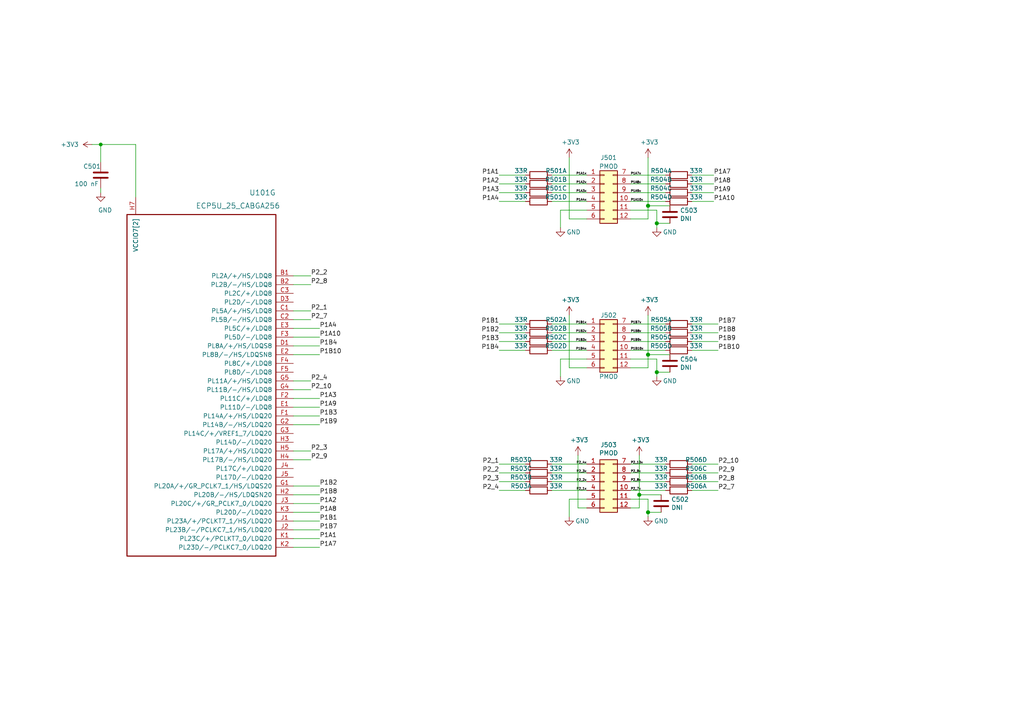
<source format=kicad_sch>
(kicad_sch (version 20201015) (generator eeschema)
  (paper "A4")
  (lib_symbols
    (symbol "Connector_Generic:Conn_02x06_Top_Bottom" (pin_names (offset 1.016) hide)
      (property "Reference" "J" (at 1.27 7.62 0))
      (property "Value" "Conn_02x06_Top_Bottom" (at 1.27 -10.16 0))
      (symbol "Conn_02x06_Top_Bottom_1_1"
        (rectangle (start -1.27 -4.953) (end 0 -5.207) (stroke (width 0.1524)))
        (rectangle (start -1.27 -7.493) (end 0 -7.747) (stroke (width 0.1524)))
        (rectangle (start -1.27 -2.413) (end 0 -2.667) (stroke (width 0.1524)))
        (rectangle (start -1.27 2.667) (end 0 2.413) (stroke (width 0.1524)))
        (rectangle (start -1.27 5.207) (end 0 4.953) (stroke (width 0.1524)))
        (rectangle (start -1.27 6.35) (end 3.81 -8.89) (stroke (width 0.254)) (fill (type background)))
        (rectangle (start -1.27 0.127) (end 0 -0.127) (stroke (width 0.1524)))
        (rectangle (start 3.81 -4.953) (end 2.54 -5.207) (stroke (width 0.1524)))
        (rectangle (start 3.81 -7.493) (end 2.54 -7.747) (stroke (width 0.1524)))
        (rectangle (start 3.81 -2.413) (end 2.54 -2.667) (stroke (width 0.1524)))
        (rectangle (start 3.81 2.667) (end 2.54 2.413) (stroke (width 0.1524)))
        (rectangle (start 3.81 5.207) (end 2.54 4.953) (stroke (width 0.1524)))
        (rectangle (start 3.81 0.127) (end 2.54 -0.127) (stroke (width 0.1524)))
        (pin passive line (at -5.08 5.08 0) (length 3.81) (name "Pin_1") (number "1"))
        (pin passive line (at 7.62 -2.54 180) (length 3.81) (name "Pin_10") (number "10"))
        (pin passive line (at 7.62 -5.08 180) (length 3.81) (name "Pin_11") (number "11"))
        (pin passive line (at 7.62 -7.62 180) (length 3.81) (name "Pin_12") (number "12"))
        (pin passive line (at -5.08 2.54 0) (length 3.81) (name "Pin_2") (number "2"))
        (pin passive line (at -5.08 0 0) (length 3.81) (name "Pin_3") (number "3"))
        (pin passive line (at -5.08 -2.54 0) (length 3.81) (name "Pin_4") (number "4"))
        (pin passive line (at -5.08 -5.08 0) (length 3.81) (name "Pin_5") (number "5"))
        (pin passive line (at -5.08 -7.62 0) (length 3.81) (name "Pin_6") (number "6"))
        (pin passive line (at 7.62 5.08 180) (length 3.81) (name "Pin_7") (number "7"))
        (pin passive line (at 7.62 2.54 180) (length 3.81) (name "Pin_8") (number "8"))
        (pin passive line (at 7.62 0 180) (length 3.81) (name "Pin_9") (number "9"))
      )
    )
    (symbol "Device:C" (pin_numbers hide) (pin_names (offset 0.254))
      (property "Reference" "C" (at 0.635 2.54 0))
      (property "Value" "C" (at 0.635 -2.54 0))
      (symbol "C_0_1"
        (polyline (pts (xy -2.032 -0.762) (xy 2.032 -0.762)) (stroke (width 0.508)))
        (polyline (pts (xy -2.032 0.762) (xy 2.032 0.762)) (stroke (width 0.508)))
      )
      (symbol "C_1_1"
        (pin passive line (at 0 3.81 270) (length 2.794) (name "~") (number "1"))
        (pin passive line (at 0 -3.81 90) (length 2.794) (name "~") (number "2"))
      )
    )
    (symbol "Device:R_Pack04_Split" (pin_numbers hide) (pin_names (offset 0))
      (property "Reference" "R" (at 2.032 0 90))
      (property "Value" "R_Pack04_Split" (at 0 0 90))
      (symbol "R_Pack04_Split_0_1"
        (rectangle (start -1.016 -2.54) (end 1.016 2.54) (stroke (width 0.254)))
      )
      (symbol "R_Pack04_Split_1_1"
        (pin passive line (at 0 -3.81 90) (length 1.27) (name "~") (number "1"))
        (pin passive line (at 0 3.81 270) (length 1.27) (name "~") (number "8"))
      )
      (symbol "R_Pack04_Split_2_1"
        (pin passive line (at 0 -3.81 90) (length 1.27) (name "~") (number "2"))
        (pin passive line (at 0 3.81 270) (length 1.27) (name "~") (number "7"))
      )
      (symbol "R_Pack04_Split_3_1"
        (pin passive line (at 0 -3.81 90) (length 1.27) (name "~") (number "3"))
        (pin passive line (at 0 3.81 270) (length 1.27) (name "~") (number "6"))
      )
      (symbol "R_Pack04_Split_4_1"
        (pin passive line (at 0 -3.81 90) (length 1.27) (name "~") (number "4"))
        (pin passive line (at 0 3.81 270) (length 1.27) (name "~") (number "5"))
      )
    )
    (symbol "Lattice_ECP5:ECP5U_25_CABGA256" (pin_names (offset 1.016))
      (property "Reference" "U" (at 3.81 6.35 0))
      (property "Value" "ECP5U_25_CABGA256" (at 3.81 3.81 0))
      (symbol "ECP5U_25_CABGA256_1_1"
        (rectangle (start 5.08 17.78) (end 12.7 -10.16) (stroke (width 0.3048)))
        (pin power_in line (at 7.62 -15.24 90) (length 5.08) (name "GND[27]") (number "A16"))
        (pin power_in line (at 7.62 -15.24 90) (length 5.08) (name "GND[27]") (number "H16"))
        (pin power_in line (at 7.62 -15.24 90) (length 5.08) (name "GND[27]") (number "T16"))
        (pin power_in line (at 7.62 -15.24 90) (length 5.08) (name "GND[27]") (number "D15"))
        (pin power_in line (at 7.62 -15.24 90) (length 5.08) (name "GND[27]") (number "N15"))
        (pin power_in line (at 7.62 -15.24 90) (length 5.08) (name "GND[27]") (number "T12"))
        (pin power_in line (at 7.62 -15.24 90) (length 5.08) (name "GND[27]") (number "G10"))
        (pin power_in line (at 7.62 -15.24 90) (length 5.08) (name "GND[27]") (number "H10"))
        (pin power_in line (at 7.62 -15.24 90) (length 5.08) (name "GND[27]") (number "J10"))
        (pin power_in line (at 7.62 -15.24 90) (length 5.08) (name "GND[27]") (number "K10"))
        (pin power_in line (at 7.62 -15.24 90) (length 5.08) (name "GND[27]") (number "F9"))
        (pin power_in line (at 7.62 -15.24 90) (length 5.08) (name "GND[27]") (number "H9"))
        (pin power_in line (at 7.62 -15.24 90) (length 5.08) (name "GND[27]") (number "J9"))
        (pin power_in line (at 7.62 -15.24 90) (length 5.08) (name "GND[27]") (number "K9"))
        (pin power_in line (at 7.62 -15.24 90) (length 5.08) (name "GND[27]") (number "F8"))
        (pin power_in line (at 7.62 -15.24 90) (length 5.08) (name "GND[27]") (number "G8"))
        (pin power_in line (at 7.62 -15.24 90) (length 5.08) (name "GND[27]") (number "H8"))
        (pin power_in line (at 7.62 -15.24 90) (length 5.08) (name "GND[27]") (number "J8"))
        (pin power_in line (at 7.62 -15.24 90) (length 5.08) (name "GND[27]") (number "K8"))
        (pin power_in line (at 7.62 -15.24 90) (length 5.08) (name "GND[27]") (number "K7"))
        (pin power_in line (at 7.62 -15.24 90) (length 5.08) (name "GND[27]") (number "K6"))
        (pin power_in line (at 7.62 -15.24 90) (length 5.08) (name "GND[27]") (number "T5"))
        (pin power_in line (at 7.62 -15.24 90) (length 5.08) (name "GND[27]") (number "D2"))
        (pin power_in line (at 7.62 -15.24 90) (length 5.08) (name "GND[27]") (number "N2"))
        (pin power_in line (at 7.62 -15.24 90) (length 5.08) (name "GND[27]") (number "A1"))
        (pin power_in line (at 7.62 -15.24 90) (length 5.08) (name "GND[27]") (number "H1"))
        (pin power_in line (at 7.62 -15.24 90) (length 5.08) (name "GND[27]") (number "T1"))
        (pin power_in line (at 10.16 22.86 270) (length 5.08) (name "VCC[6]") (number "L10"))
        (pin power_in line (at 10.16 22.86 270) (length 5.08) (name "VCC[6]") (number "G9"))
        (pin power_in line (at 10.16 22.86 270) (length 5.08) (name "VCC[6]") (number "L9"))
        (pin power_in line (at 10.16 22.86 270) (length 5.08) (name "VCC[6]") (number "L8"))
        (pin power_in line (at 10.16 22.86 270) (length 5.08) (name "VCC[6]") (number "G7"))
        (pin power_in line (at 10.16 22.86 270) (length 5.08) (name "VCC[6]") (number "G6"))
        (pin power_in line (at 7.62 22.86 270) (length 5.08) (name "VCCAUX[2]") (number "G11"))
        (pin power_in line (at 7.62 22.86 270) (length 5.08) (name "VCCAUX[2]") (number "L7"))
      )
      (symbol "ECP5U_25_CABGA256_2_1"
        (rectangle (start 5.08 17.78) (end 35.56 -60.96) (stroke (width 0.3048)))
        (pin bidirectional line (at 0 0 0) (length 5.08) (name "PT4A/+") (number "A2"))
        (pin bidirectional line (at 0 -2.54 0) (length 5.08) (name "PT4B/-") (number "B3"))
        (pin bidirectional line (at 0 -5.08 0) (length 5.08) (name "PT6A/+") (number "A3"))
        (pin bidirectional line (at 0 -7.62 0) (length 5.08) (name "PT6B/-") (number "A4"))
        (pin bidirectional line (at 0 -10.16 0) (length 5.08) (name "PT9A/+") (number "E4"))
        (pin bidirectional line (at 0 -12.7 0) (length 5.08) (name "PT9B/-") (number "D4"))
        (pin bidirectional line (at 0 -15.24 0) (length 5.08) (name "PT11A/+") (number "C4"))
        (pin bidirectional line (at 0 -17.78 0) (length 5.08) (name "PT11B/-") (number "B4"))
        (pin bidirectional line (at 0 -20.32 0) (length 5.08) (name "PT13A/+") (number "E5"))
        (pin bidirectional line (at 0 -22.86 0) (length 5.08) (name "PT13B/-") (number "D5"))
        (pin bidirectional line (at 0 -25.4 0) (length 5.08) (name "PT15A/+") (number "C5"))
        (pin bidirectional line (at 0 -27.94 0) (length 5.08) (name "PT15B/-") (number "B5"))
        (pin bidirectional line (at 0 -30.48 0) (length 5.08) (name "PT18A/+") (number "A5"))
        (pin bidirectional line (at 0 -33.02 0) (length 5.08) (name "PT18B/-") (number "A6"))
        (pin bidirectional line (at 0 -35.56 0) (length 5.08) (name "PT20A/+") (number "E6"))
        (pin bidirectional line (at 0 -38.1 0) (length 5.08) (name "PT20B/-") (number "D6"))
        (pin bidirectional line (at 0 -40.64 0) (length 5.08) (name "PT22A/+") (number "C6"))
        (pin bidirectional line (at 0 -43.18 0) (length 5.08) (name "PT22B/-") (number "B6"))
        (pin bidirectional line (at 0 -45.72 0) (length 5.08) (name "PT24A/+/GR_PCLK0_1") (number "E7"))
        (pin bidirectional line (at 0 -48.26 0) (length 5.08) (name "PT24B/-/GR_PCLK0_0") (number "D7"))
        (pin bidirectional line (at 0 -50.8 0) (length 5.08) (name "PT27A/+/PCLKT0_1") (number "C7"))
        (pin bidirectional line (at 0 -53.34 0) (length 5.08) (name "PT27B/-/PCLKC0_1") (number "B7"))
        (pin bidirectional line (at 0 -55.88 0) (length 5.08) (name "PT29A/+/PCLKT0_0") (number "A7"))
        (pin bidirectional line (at 0 -58.42 0) (length 5.08) (name "PT29B/-/PCLKC0_0") (number "A8"))
        (pin power_in line (at 33.02 22.86 270) (length 5.08) (name "VCCIO0[2]") (number "F7"))
        (pin power_in line (at 33.02 22.86 270) (length 5.08) (name "VCCIO0[2]") (number "F6"))
      )
      (symbol "ECP5U_25_CABGA256_3_1"
        (rectangle (start 5.08 17.78) (end 35.56 -81.28) (stroke (width 0.3048)))
        (pin bidirectional line (at 0 0 0) (length 5.08) (name "PT33A/+/PCLKT1_1") (number "E8"))
        (pin bidirectional line (at 0 -2.54 0) (length 5.08) (name "PT33B/-/PCLKC1_1") (number "D8"))
        (pin bidirectional line (at 0 -5.08 0) (length 5.08) (name "PT35A/+/PCLKT1_0") (number "C8"))
        (pin bidirectional line (at 0 -7.62 0) (length 5.08) (name "PT35B/-/PCLKC1_0") (number "B8"))
        (pin bidirectional line (at 0 -10.16 0) (length 5.08) (name "PT38A/+/GR_PCLK1_0") (number "B9"))
        (pin bidirectional line (at 0 -12.7 0) (length 5.08) (name "PT38B/-/GR_PCLK1_1") (number "C9"))
        (pin bidirectional line (at 0 -15.24 0) (length 5.08) (name "PT40A/+") (number "D9"))
        (pin bidirectional line (at 0 -17.78 0) (length 5.08) (name "PT40B/-") (number "E9"))
        (pin bidirectional line (at 0 -20.32 0) (length 5.08) (name "PT42A/+") (number "A9"))
        (pin bidirectional line (at 0 -22.86 0) (length 5.08) (name "PT42B/-") (number "A10"))
        (pin bidirectional line (at 0 -25.4 0) (length 5.08) (name "PT44A/+") (number "B10"))
        (pin bidirectional line (at 0 -27.94 0) (length 5.08) (name "PT44B/-") (number "C10"))
        (pin bidirectional line (at 0 -30.48 0) (length 5.08) (name "PT47A/+") (number "D10"))
        (pin bidirectional line (at 0 -33.02 0) (length 5.08) (name "PT47B/-") (number "E10"))
        (pin bidirectional line (at 0 -35.56 0) (length 5.08) (name "PT49A/+") (number "B11"))
        (pin bidirectional line (at 0 -38.1 0) (length 5.08) (name "PT49B/-") (number "C11"))
        (pin bidirectional line (at 0 -40.64 0) (length 5.08) (name "PT51A/+") (number "D11"))
        (pin bidirectional line (at 0 -43.18 0) (length 5.08) (name "PT51B/-") (number "E11"))
        (pin bidirectional line (at 0 -45.72 0) (length 5.08) (name "PT53A/+") (number "A11"))
        (pin bidirectional line (at 0 -48.26 0) (length 5.08) (name "PT53B/-") (number "A12"))
        (pin bidirectional line (at 0 -50.8 0) (length 5.08) (name "PT56A/+") (number "B12"))
        (pin bidirectional line (at 0 -53.34 0) (length 5.08) (name "PT56B/-") (number "C12"))
        (pin bidirectional line (at 0 -55.88 0) (length 5.08) (name "PT58A/+") (number "D12"))
        (pin bidirectional line (at 0 -58.42 0) (length 5.08) (name "PT58B/-") (number "E12"))
        (pin bidirectional line (at 0 -60.96 0) (length 5.08) (name "PT60A/+") (number "B13"))
        (pin bidirectional line (at 0 -63.5 0) (length 5.08) (name "PT60B/-") (number "C13"))
        (pin bidirectional line (at 0 -66.04 0) (length 5.08) (name "PT62A/+") (number "D13"))
        (pin bidirectional line (at 0 -68.58 0) (length 5.08) (name "PT62B/-") (number "E13"))
        (pin bidirectional line (at 0 -71.12 0) (length 5.08) (name "PT65A/+") (number "A13"))
        (pin bidirectional line (at 0 -73.66 0) (length 5.08) (name "PT65B/-") (number "A14"))
        (pin bidirectional line (at 0 -76.2 0) (length 5.08) (name "PT67A/+") (number "B14"))
        (pin bidirectional line (at 0 -78.74 0) (length 5.08) (name "PT67B/-") (number "A15"))
        (pin power_in line (at 33.02 22.86 270) (length 5.08) (name "VCCIO1[2]") (number "F11"))
        (pin power_in line (at 33.02 22.86 270) (length 5.08) (name "VCCIO1[2]") (number "F10"))
      )
      (symbol "ECP5U_25_CABGA256_4_1"
        (rectangle (start 5.08 17.78) (end 48.26 -81.28) (stroke (width 0.3048)))
        (pin bidirectional line (at 0 0 0) (length 5.08) (name "PR2A/+/HS/RDQ8") (number "B16"))
        (pin bidirectional line (at 0 -2.54 0) (length 5.08) (name "PR2B/-/S0_IN/HS/RDQ8") (number "B15"))
        (pin bidirectional line (at 0 -5.08 0) (length 5.08) (name "PR2C/+/RDQ8") (number "C14"))
        (pin bidirectional line (at 0 -7.62 0) (length 5.08) (name "PR2D/-/RDQ8") (number "D14"))
        (pin bidirectional line (at 0 -10.16 0) (length 5.08) (name "PR5A/+/HS/RDQ8") (number "C16"))
        (pin bidirectional line (at 0 -12.7 0) (length 5.08) (name "PR5B/-/HS/RDQ8") (number "C15"))
        (pin bidirectional line (at 0 -15.24 0) (length 5.08) (name "PR5C/+/RDQ8") (number "E14"))
        (pin bidirectional line (at 0 -17.78 0) (length 5.08) (name "PR5D/-/RDQ8") (number "F14"))
        (pin bidirectional line (at 0 -20.32 0) (length 5.08) (name "PR8A/+/HS/RDQS8") (number "D16"))
        (pin bidirectional line (at 0 -22.86 0) (length 5.08) (name "PR8B/-/HS/RDQSN8") (number "E15"))
        (pin bidirectional line (at 0 -25.4 0) (length 5.08) (name "PR8C/+/RDQ8") (number "F13"))
        (pin bidirectional line (at 0 -27.94 0) (length 5.08) (name "PR8D/-/RDQ8") (number "F12"))
        (pin bidirectional line (at 0 -30.48 0) (length 5.08) (name "PR11A/+/HS/RDQ8") (number "G12"))
        (pin bidirectional line (at 0 -33.02 0) (length 5.08) (name "PR11B/-/HS/RDQ8") (number "G13"))
        (pin bidirectional line (at 0 -35.56 0) (length 5.08) (name "PR11C/+/RDQ8") (number "F15"))
        (pin bidirectional line (at 0 -38.1 0) (length 5.08) (name "PR11D/-/RDQ8") (number "E16"))
        (pin bidirectional line (at 0 -40.64 0) (length 5.08) (name "PR14A/+/HS/RDQ20") (number "F16"))
        (pin bidirectional line (at 0 -43.18 0) (length 5.08) (name "PR14B/-/HS/RDQ20") (number "G15"))
        (pin bidirectional line (at 0 -45.72 0) (length 5.08) (name "PR14C/+/VREF1_2/RDQ20") (number "G14"))
        (pin bidirectional line (at 0 -48.26 0) (length 5.08) (name "PR14D/-/RDQ20") (number "H14"))
        (pin bidirectional line (at 0 -50.8 0) (length 5.08) (name "PR17A/+/HS/RDQ20") (number "H12"))
        (pin bidirectional line (at 0 -53.34 0) (length 5.08) (name "PR17B/-/HS/RDQ20") (number "H13"))
        (pin bidirectional line (at 0 -55.88 0) (length 5.08) (name "PR17C/+/RDQ20") (number "J13"))
        (pin bidirectional line (at 0 -58.42 0) (length 5.08) (name "PR17D/-/RDQ20") (number "J12"))
        (pin bidirectional line (at 0 -60.96 0) (length 5.08) (name "PR20A/+/GR_PCLK2_1/HS/RDQS20") (number "G16"))
        (pin bidirectional line (at 0 -63.5 0) (length 5.08) (name "PR20B/-/HS/RDQSN20") (number "H15"))
        (pin bidirectional line (at 0 -66.04 0) (length 5.08) (name "PR20C/+/GR_PCLK2_0/RDQ20") (number "J14"))
        (pin bidirectional line (at 0 -68.58 0) (length 5.08) (name "PR20D/-/RDQ20") (number "K14"))
        (pin bidirectional line (at 0 -71.12 0) (length 5.08) (name "PR23A/+/PCLKT2_1/HS/RDQ20") (number "J16"))
        (pin bidirectional line (at 0 -73.66 0) (length 5.08) (name "PR23B/-/PCLKC2_1/HS/RDQ20") (number "J15"))
        (pin bidirectional line (at 0 -76.2 0) (length 5.08) (name "PR23C/+/PCLKT2_0/RDQ20") (number "K16"))
        (pin bidirectional line (at 0 -78.74 0) (length 5.08) (name "PR23D/-/PCLKC2_0/RDQ20") (number "K15"))
        (pin power_in line (at 45.72 22.86 270) (length 5.08) (name "VCCIO2[2]") (number "H11"))
        (pin power_in line (at 45.72 22.86 270) (length 5.08) (name "VCCIO2[2]") (number "J11"))
      )
      (symbol "ECP5U_25_CABGA256_5_1"
        (rectangle (start 5.08 17.78) (end 48.26 -81.28) (stroke (width 0.3048)))
        (pin bidirectional line (at 0 0 0) (length 5.08) (name "PR26A/+/PCLKT3_1/HS/RDQ32") (number "L16"))
        (pin bidirectional line (at 0 -2.54 0) (length 5.08) (name "PR26B/-/PCLKC3_1/HS/RDQ32") (number "L15"))
        (pin bidirectional line (at 0 -5.08 0) (length 5.08) (name "PR26C/+/PCLKT3_0/RDQ32") (number "M16"))
        (pin bidirectional line (at 0 -7.62 0) (length 5.08) (name "PR26D/-/PCLKC3_0/RDQ32") (number "M15"))
        (pin bidirectional line (at 0 -10.16 0) (length 5.08) (name "PR29A/+/GR_PCLK3_0/HS/RDQ32") (number "K13"))
        (pin bidirectional line (at 0 -12.7 0) (length 5.08) (name "PR29B/-/HS/RDQ32") (number "K12"))
        (pin bidirectional line (at 0 -15.24 0) (length 5.08) (name "PR29C/+/GR_PCLK3_1/RDQ32") (number "L13"))
        (pin bidirectional line (at 0 -17.78 0) (length 5.08) (name "PR29D/-/RDQ32") (number "L12"))
        (pin bidirectional line (at 0 -20.32 0) (length 5.08) (name "PR32A/+/HS/RDQS32") (number "N16"))
        (pin bidirectional line (at 0 -22.86 0) (length 5.08) (name "PR32B/-/HS/RDQSN32") (number "P15"))
        (pin bidirectional line (at 0 -25.4 0) (length 5.08) (name "PR32C/+/RDQ32") (number "L14"))
        (pin bidirectional line (at 0 -27.94 0) (length 5.08) (name "PR32D/-/RDQ32") (number "M14"))
        (pin bidirectional line (at 0 -30.48 0) (length 5.08) (name "PR35A/+/HS/RDQ32") (number "P16"))
        (pin bidirectional line (at 0 -33.02 0) (length 5.08) (name "PR35B/-/VREF1_3/HS/RDQ32") (number "R16"))
        (pin bidirectional line (at 0 -35.56 0) (length 5.08) (name "PR35C/+/RDQ32") (number "M13"))
        (pin bidirectional line (at 0 -38.1 0) (length 5.08) (name "PR35D/-/RDQ32") (number "N14"))
        (pin bidirectional line (at 0 -40.64 0) (length 5.08) (name "PR38A/+/HS/RDQ44") (number "N13"))
        (pin bidirectional line (at 0 -43.18 0) (length 5.08) (name "PR38B/-/HS/RDQ44") (number "P14"))
        (pin bidirectional line (at 0 -45.72 0) (length 5.08) (name "PR38C/+/RDQ44") (number "R15"))
        (pin bidirectional line (at 0 -48.26 0) (length 5.08) (name "PR38D/-/RDQ44") (number "T15"))
        (pin bidirectional line (at 0 -50.8 0) (length 5.08) (name "PR41A/+/HS/RDQ44") (number "P13"))
        (pin bidirectional line (at 0 -53.34 0) (length 5.08) (name "PR41B/-/HS/RDQ44") (number "R14"))
        (pin bidirectional line (at 0 -55.88 0) (length 5.08) (name "PR41C/+/RDQ44") (number "R13"))
        (pin bidirectional line (at 0 -58.42 0) (length 5.08) (name "PR41D/-/RDQ44") (number "T14"))
        (pin bidirectional line (at 0 -60.96 0) (length 5.08) (name "PR44A/+/HS/RDQS44") (number "R12"))
        (pin bidirectional line (at 0 -63.5 0) (length 5.08) (name "PR44B/-/HS/RDQSN44") (number "T13"))
        (pin bidirectional line (at 0 -66.04 0) (length 5.08) (name "PR44C/+/RDQ44") (number "M12"))
        (pin bidirectional line (at 0 -68.58 0) (length 5.08) (name "PR44D/-/RDQ44") (number "N12"))
        (pin bidirectional line (at 0 -71.12 0) (length 5.08) (name "PR47A/+/HS/RDQ44") (number "M11"))
        (pin bidirectional line (at 0 -73.66 0) (length 5.08) (name "PR47B/-/HS/RDQ44") (number "N11"))
        (pin bidirectional line (at 0 -76.2 0) (length 5.08) (name "PR47C/+/LRC_GPLL0T_IN/RDQ44") (number "P11"))
        (pin bidirectional line (at 0 -78.74 0) (length 5.08) (name "PR47D/-/LRC_GPLL0C_IN/RDQ44") (number "P12"))
        (pin power_in line (at 45.72 22.86 270) (length 5.08) (name "VCCIO3[2]") (number "K11"))
        (pin power_in line (at 45.72 22.86 270) (length 5.08) (name "VCCIO3[2]") (number "L11"))
      )
      (symbol "ECP5U_25_CABGA256_6_1"
        (rectangle (start 5.08 17.78) (end 48.26 -81.28) (stroke (width 0.3048)))
        (pin bidirectional line (at 0 0 0) (length 5.08) (name "PL26A/+/PCLKT6_1/HS/LDQ32") (number "L1"))
        (pin bidirectional line (at 0 -2.54 0) (length 5.08) (name "PL26B/-/PCLKC6_1/HS/LDQ32") (number "L2"))
        (pin bidirectional line (at 0 -5.08 0) (length 5.08) (name "PL26C/+/PCLKT6_0/LDQ32") (number "M1"))
        (pin bidirectional line (at 0 -7.62 0) (length 5.08) (name "PL26D/-/PCLKC6_0/LDQ32") (number "M2"))
        (pin bidirectional line (at 0 -10.16 0) (length 5.08) (name "PL29A/+/GR_PCLK6_0/HS/LDQ32") (number "K4"))
        (pin bidirectional line (at 0 -12.7 0) (length 5.08) (name "PL29B/-/HS/LDQ32") (number "K5"))
        (pin bidirectional line (at 0 -15.24 0) (length 5.08) (name "PL29C/+/GR_PCLK6_1/LDQ32") (number "L4"))
        (pin bidirectional line (at 0 -17.78 0) (length 5.08) (name "PL29D/-/LDQ32") (number "L5"))
        (pin bidirectional line (at 0 -20.32 0) (length 5.08) (name "PL32A/+/HS/LDQS32") (number "N1"))
        (pin bidirectional line (at 0 -22.86 0) (length 5.08) (name "PL32B/-/HS/LDQSN32") (number "P2"))
        (pin bidirectional line (at 0 -25.4 0) (length 5.08) (name "PL32C/+/LDQ32") (number "L3"))
        (pin bidirectional line (at 0 -27.94 0) (length 5.08) (name "PL32D/-/LDQ32") (number "M3"))
        (pin bidirectional line (at 0 -30.48 0) (length 5.08) (name "PL35A/+/HS/LDQ32") (number "P1"))
        (pin bidirectional line (at 0 -33.02 0) (length 5.08) (name "PL35B/-/VREF1_6/HS/LDQ32") (number "R1"))
        (pin bidirectional line (at 0 -35.56 0) (length 5.08) (name "PL35C/+/LDQ32") (number "M4"))
        (pin bidirectional line (at 0 -38.1 0) (length 5.08) (name "PL35D/-/LDQ32") (number "N3"))
        (pin bidirectional line (at 0 -40.64 0) (length 5.08) (name "PL38A/+/HS/LDQ44") (number "N4"))
        (pin bidirectional line (at 0 -43.18 0) (length 5.08) (name "PL38B/-/HS/LDQ44") (number "P3"))
        (pin bidirectional line (at 0 -45.72 0) (length 5.08) (name "PL38C/+/LDQ44") (number "R2"))
        (pin bidirectional line (at 0 -48.26 0) (length 5.08) (name "PL38D/-/LDQ44") (number "T2"))
        (pin bidirectional line (at 0 -50.8 0) (length 5.08) (name "PL41A/+/HS/LDQ44") (number "P4"))
        (pin bidirectional line (at 0 -53.34 0) (length 5.08) (name "PL41B/-/HS/LDQ44") (number "R3"))
        (pin bidirectional line (at 0 -55.88 0) (length 5.08) (name "PL41C/+/LDQ44") (number "R4"))
        (pin bidirectional line (at 0 -58.42 0) (length 5.08) (name "PL41D/-/LDQ44") (number "T3"))
        (pin bidirectional line (at 0 -60.96 0) (length 5.08) (name "PL44A/+/HS/LDQS44") (number "R5"))
        (pin bidirectional line (at 0 -63.5 0) (length 5.08) (name "PL44B/-/HS/LDQSN44") (number "T4"))
        (pin bidirectional line (at 0 -66.04 0) (length 5.08) (name "PL44C/+/LDQ44") (number "M5"))
        (pin bidirectional line (at 0 -68.58 0) (length 5.08) (name "PL44D/-/LDQ44") (number "N5"))
        (pin bidirectional line (at 0 -71.12 0) (length 5.08) (name "PL47A/+/HS/LDQ44") (number "M6"))
        (pin bidirectional line (at 0 -73.66 0) (length 5.08) (name "PL47B/-/HS/LDQ44") (number "N6"))
        (pin bidirectional line (at 0 -76.2 0) (length 5.08) (name "PL47C/+/LLC_GPLL0T_IN/LDQ44") (number "P6"))
        (pin bidirectional line (at 0 -78.74 0) (length 5.08) (name "PL47D/-/LLC_GPLL0C_IN/LDQ44") (number "P5"))
        (pin power_in line (at 45.72 22.86 270) (length 5.08) (name "VCCIO6[2]") (number "J7"))
        (pin power_in line (at 45.72 22.86 270) (length 5.08) (name "VCCIO6[2]") (number "J6"))
      )
      (symbol "ECP5U_25_CABGA256_7_1"
        (rectangle (start 5.08 17.78) (end 48.26 -81.28) (stroke (width 0.3048)))
        (pin bidirectional line (at 0 0 0) (length 5.08) (name "PL2A/+/HS/LDQ8") (number "B1"))
        (pin bidirectional line (at 0 -2.54 0) (length 5.08) (name "PL2B/-/HS/LDQ8") (number "B2"))
        (pin bidirectional line (at 0 -5.08 0) (length 5.08) (name "PL2C/+/LDQ8") (number "C3"))
        (pin bidirectional line (at 0 -7.62 0) (length 5.08) (name "PL2D/-/LDQ8") (number "D3"))
        (pin bidirectional line (at 0 -10.16 0) (length 5.08) (name "PL5A/+/HS/LDQ8") (number "C1"))
        (pin bidirectional line (at 0 -12.7 0) (length 5.08) (name "PL5B/-/HS/LDQ8") (number "C2"))
        (pin bidirectional line (at 0 -15.24 0) (length 5.08) (name "PL5C/+/LDQ8") (number "E3"))
        (pin bidirectional line (at 0 -17.78 0) (length 5.08) (name "PL5D/-/LDQ8") (number "F3"))
        (pin bidirectional line (at 0 -20.32 0) (length 5.08) (name "PL8A/+/HS/LDQS8") (number "D1"))
        (pin bidirectional line (at 0 -22.86 0) (length 5.08) (name "PL8B/-/HS/LDQSN8") (number "E2"))
        (pin bidirectional line (at 0 -25.4 0) (length 5.08) (name "PL8C/+/LDQ8") (number "F4"))
        (pin bidirectional line (at 0 -27.94 0) (length 5.08) (name "PL8D/-/LDQ8") (number "F5"))
        (pin bidirectional line (at 0 -30.48 0) (length 5.08) (name "PL11A/+/HS/LDQ8") (number "G5"))
        (pin bidirectional line (at 0 -33.02 0) (length 5.08) (name "PL11B/-/HS/LDQ8") (number "G4"))
        (pin bidirectional line (at 0 -35.56 0) (length 5.08) (name "PL11C/+/LDQ8") (number "F2"))
        (pin bidirectional line (at 0 -38.1 0) (length 5.08) (name "PL11D/-/LDQ8") (number "E1"))
        (pin bidirectional line (at 0 -40.64 0) (length 5.08) (name "PL14A/+/HS/LDQ20") (number "F1"))
        (pin bidirectional line (at 0 -43.18 0) (length 5.08) (name "PL14B/-/HS/LDQ20") (number "G2"))
        (pin bidirectional line (at 0 -45.72 0) (length 5.08) (name "PL14C/+/VREF1_7/LDQ20") (number "G3"))
        (pin bidirectional line (at 0 -48.26 0) (length 5.08) (name "PL14D/-/LDQ20") (number "H3"))
        (pin bidirectional line (at 0 -50.8 0) (length 5.08) (name "PL17A/+/HS/LDQ20") (number "H5"))
        (pin bidirectional line (at 0 -53.34 0) (length 5.08) (name "PL17B/-/HS/LDQ20") (number "H4"))
        (pin bidirectional line (at 0 -55.88 0) (length 5.08) (name "PL17C/+/LDQ20") (number "J4"))
        (pin bidirectional line (at 0 -58.42 0) (length 5.08) (name "PL17D/-/LDQ20") (number "J5"))
        (pin bidirectional line (at 0 -60.96 0) (length 5.08) (name "PL20A/+/GR_PCLK7_1/HS/LDQS20") (number "G1"))
        (pin bidirectional line (at 0 -63.5 0) (length 5.08) (name "PL20B/-/HS/LDQSN20") (number "H2"))
        (pin bidirectional line (at 0 -66.04 0) (length 5.08) (name "PL20C/+/GR_PCLK7_0/LDQ20") (number "J3"))
        (pin bidirectional line (at 0 -68.58 0) (length 5.08) (name "PL20D/-/LDQ20") (number "K3"))
        (pin bidirectional line (at 0 -71.12 0) (length 5.08) (name "PL23A/+/PCLKT7_1/HS/LDQ20") (number "J1"))
        (pin bidirectional line (at 0 -73.66 0) (length 5.08) (name "PL23B/-/PCLKC7_1/HS/LDQ20") (number "J2"))
        (pin bidirectional line (at 0 -76.2 0) (length 5.08) (name "PL23C/+/PCLKT7_0/LDQ20") (number "K1"))
        (pin bidirectional line (at 0 -78.74 0) (length 5.08) (name "PL23D/-/PCLKC7_0/LDQ20") (number "K2"))
        (pin power_in line (at 45.72 22.86 270) (length 5.08) (name "VCCIO7[2]") (number "H7"))
        (pin power_in line (at 45.72 22.86 270) (length 5.08) (name "VCCIO7[2]") (number "H6"))
      )
      (symbol "ECP5U_25_CABGA256_8_1"
        (rectangle (start 5.08 12.7) (end 53.34 -50.8) (stroke (width 0.3048)))
        (pin bidirectional line (at 0 0 0) (length 5.08) (name "CCLK/MCLK/SCK") (number "N9"))
        (pin bidirectional line (at 0 -2.54 0) (length 5.08) (name "CFG_0") (number "N10"))
        (pin bidirectional line (at 0 -5.08 0) (length 5.08) (name "CFG_1") (number "P10"))
        (pin bidirectional line (at 0 -7.62 0) (length 5.08) (name "CFG_2") (number "R10"))
        (pin bidirectional line (at 0 -10.16 0) (length 5.08) (name "DONE") (number "P9"))
        (pin bidirectional line (at 0 -12.7 0) (length 5.08) (name "INITN") (number "T9"))
        (pin bidirectional line (at 0 -15.24 0) (length 5.08) (name "PB4A/+/D7/IO7") (number "T6"))
        (pin bidirectional line (at 0 -17.78 0) (length 5.08) (name "PB4B/-/D6/IO6") (number "R6"))
        (pin bidirectional line (at 0 -20.32 0) (length 5.08) (name "PB6A/+/D5/MISO2/IO5") (number "R7"))
        (pin bidirectional line (at 0 -22.86 0) (length 5.08) (name "PB6B/-/D4/MOSI2/IO4") (number "P7"))
        (pin bidirectional line (at 0 -25.4 0) (length 5.08) (name "PB9A/+/D3/IO3") (number "N7"))
        (pin bidirectional line (at 0 -27.94 0) (length 5.08) (name "PB9B/-/D2/IO2") (number "M7"))
        (pin bidirectional line (at 0 -30.48 0) (length 5.08) (name "PB11A/+/D1/MISO/IO1") (number "T7"))
        (pin bidirectional line (at 0 -33.02 0) (length 5.08) (name "PB11B/-/D0/MOSI/IO0") (number "T8"))
        (pin bidirectional line (at 0 -35.56 0) (length 5.08) (name "PB13A/+/SN/CSN") (number "R8"))
        (pin bidirectional line (at 0 -38.1 0) (length 5.08) (name "PB13B/-/CS1N") (number "P8"))
        (pin bidirectional line (at 0 -40.64 0) (length 5.08) (name "PB15A/+/HOLDN/DI/BUSY/CSSPIN/CEN") (number "N8"))
        (pin bidirectional line (at 0 -43.18 0) (length 5.08) (name "PB15B/-/DOUT/CSON") (number "M8"))
        (pin bidirectional line (at 0 -45.72 0) (length 5.08) (name "PB18A/WRITEN") (number "M9"))
        (pin bidirectional line (at 0 -48.26 0) (length 5.08) (name "PROGRAMN") (number "R9"))
        (pin power_in line (at 50.8 17.78 270) (length 5.08) (name "VCCIO8") (number "L6"))
      )
      (symbol "ECP5U_25_CABGA256_9_1"
        (rectangle (start 5.08 2.54) (end 12.7 -10.16) (stroke (width 0.3048)))
        (pin bidirectional line (at 0 0 0) (length 5.08) (name "TCK") (number "T10"))
        (pin bidirectional line (at 0 -2.54 0) (length 5.08) (name "TDI") (number "R11"))
        (pin bidirectional line (at 0 -5.08 0) (length 5.08) (name "TDO") (number "M10"))
        (pin bidirectional line (at 0 -7.62 0) (length 5.08) (name "TMS") (number "T11"))
      )
    )
    (symbol "icebreaker-rescue:pkl_C-pkl_device" (pin_numbers hide) (pin_names (offset 0.254))
      (property "Reference" "C" (at 0.635 2.54 0))
      (property "Value" "pkl_C-pkl_device" (at 0.635 -2.54 0))
      (symbol "pkl_C-pkl_device_0_1"
        (polyline (pts (xy -2.032 -0.762) (xy 2.032 -0.762)) (stroke (width 0.508)))
        (polyline (pts (xy -2.032 0.762) (xy 2.032 0.762)) (stroke (width 0.508)))
      )
      (symbol "pkl_C-pkl_device_1_1"
        (pin passive line (at 0 2.54 270) (length 1.524) (name "~") (number "1"))
        (pin passive line (at 0 -2.54 90) (length 1.524) (name "~") (number "2"))
      )
    )
    (symbol "power:+3V3" (power) (pin_names (offset 0))
      (property "Value" "+3V3" (at 0 3.556 0))
      (symbol "+3V3_0_1"
        (polyline (pts (xy -0.762 1.27) (xy 0 2.54)))
        (polyline (pts (xy 0 0) (xy 0 2.54)))
        (polyline (pts (xy 0 2.54) (xy 0.762 1.27)))
      )
      (symbol "+3V3_1_1"
        (pin power_in line (at 0 0 90) (length 0) hide (name "+3V3") (number "1"))
      )
    )
    (symbol "power:GND" (power) (pin_names (offset 0))
      (property "Value" "GND" (at 0 -3.81 0))
      (symbol "GND_0_1"
        (polyline (pts (xy 0 0) (xy 0 -1.27) (xy 1.27 -1.27) (xy 0 -2.54) (xy -1.27 -1.27) (xy 0 -1.27)))
      )
      (symbol "GND_1_1"
        (pin power_in line (at 0 0 270) (length 0) hide (name "GND") (number "1"))
      )
    )
  )
  (junction (at 29.21 41.91) (diameter 0.9144))
  (junction (at 185.42 143.51) (diameter 1.016))
  (junction (at 187.96 59.69) (diameter 1.016))
  (junction (at 187.96 102.87) (diameter 1.016))
  (junction (at 187.96 148.59) (diameter 1.016))
  (junction (at 190.5 64.77) (diameter 1.016))
  (junction (at 190.5 107.95) (diameter 1.016))
  (wire (pts (xy 26.67 41.91) (xy 29.21 41.91)))
  (wire (pts (xy 29.21 41.91) (xy 29.21 46.99)))
  (wire (pts (xy 29.21 41.91) (xy 39.37 41.91)))
  (wire (pts (xy 29.21 54.61) (xy 29.21 55.88)))
  (wire (pts (xy 39.37 41.91) (xy 39.37 57.15)))
  (wire (pts (xy 85.09 80.01) (xy 90.17 80.01)))
  (wire (pts (xy 85.09 82.55) (xy 90.17 82.55)))
  (wire (pts (xy 85.09 90.17) (xy 90.17 90.17)))
  (wire (pts (xy 85.09 92.71) (xy 90.17 92.71)))
  (wire (pts (xy 85.09 95.25) (xy 92.71 95.25)))
  (wire (pts (xy 85.09 97.79) (xy 92.71 97.79)))
  (wire (pts (xy 85.09 100.33) (xy 92.71 100.33)))
  (wire (pts (xy 85.09 102.87) (xy 92.71 102.87)))
  (wire (pts (xy 85.09 110.49) (xy 90.17 110.49)))
  (wire (pts (xy 85.09 113.03) (xy 90.17 113.03)))
  (wire (pts (xy 85.09 115.57) (xy 92.71 115.57)))
  (wire (pts (xy 85.09 118.11) (xy 92.71 118.11)))
  (wire (pts (xy 85.09 120.65) (xy 92.71 120.65)))
  (wire (pts (xy 85.09 123.19) (xy 92.71 123.19)))
  (wire (pts (xy 85.09 130.81) (xy 90.17 130.81)))
  (wire (pts (xy 85.09 133.35) (xy 90.17 133.35)))
  (wire (pts (xy 85.09 140.97) (xy 92.71 140.97)))
  (wire (pts (xy 85.09 143.51) (xy 92.71 143.51)))
  (wire (pts (xy 85.09 146.05) (xy 92.71 146.05)))
  (wire (pts (xy 85.09 148.59) (xy 92.71 148.59)))
  (wire (pts (xy 85.09 151.13) (xy 92.71 151.13)))
  (wire (pts (xy 85.09 153.67) (xy 92.71 153.67)))
  (wire (pts (xy 85.09 156.21) (xy 92.71 156.21)))
  (wire (pts (xy 85.09 158.75) (xy 92.71 158.75)))
  (wire (pts (xy 152.4 50.8) (xy 144.78 50.8)))
  (wire (pts (xy 152.4 53.34) (xy 144.78 53.34)))
  (wire (pts (xy 152.4 55.88) (xy 144.78 55.88)))
  (wire (pts (xy 152.4 58.42) (xy 144.78 58.42)))
  (wire (pts (xy 152.4 93.98) (xy 144.78 93.98)))
  (wire (pts (xy 152.4 96.52) (xy 144.78 96.52)))
  (wire (pts (xy 152.4 99.06) (xy 144.78 99.06)))
  (wire (pts (xy 152.4 101.6) (xy 144.78 101.6)))
  (wire (pts (xy 152.4 134.62) (xy 144.78 134.62)))
  (wire (pts (xy 152.4 137.16) (xy 144.78 137.16)))
  (wire (pts (xy 152.4 139.7) (xy 144.78 139.7)))
  (wire (pts (xy 152.4 142.24) (xy 144.78 142.24)))
  (wire (pts (xy 160.02 134.62) (xy 170.18 134.62)))
  (wire (pts (xy 160.02 137.16) (xy 170.18 137.16)))
  (wire (pts (xy 160.02 139.7) (xy 170.18 139.7)))
  (wire (pts (xy 160.02 142.24) (xy 170.18 142.24)))
  (wire (pts (xy 162.56 60.96) (xy 162.56 66.04)))
  (wire (pts (xy 162.56 104.14) (xy 170.18 104.14)))
  (wire (pts (xy 162.56 109.22) (xy 162.56 104.14)))
  (wire (pts (xy 165.1 63.5) (xy 165.1 45.72)))
  (wire (pts (xy 165.1 106.68) (xy 165.1 91.44)))
  (wire (pts (xy 165.1 106.68) (xy 170.18 106.68)))
  (wire (pts (xy 165.1 144.78) (xy 170.18 144.78)))
  (wire (pts (xy 165.1 149.86) (xy 165.1 144.78)))
  (wire (pts (xy 167.64 147.32) (xy 167.64 132.08)))
  (wire (pts (xy 170.18 50.8) (xy 160.02 50.8)))
  (wire (pts (xy 170.18 53.34) (xy 160.02 53.34)))
  (wire (pts (xy 170.18 55.88) (xy 160.02 55.88)))
  (wire (pts (xy 170.18 58.42) (xy 160.02 58.42)))
  (wire (pts (xy 170.18 60.96) (xy 162.56 60.96)))
  (wire (pts (xy 170.18 63.5) (xy 165.1 63.5)))
  (wire (pts (xy 170.18 93.98) (xy 160.02 93.98)))
  (wire (pts (xy 170.18 96.52) (xy 160.02 96.52)))
  (wire (pts (xy 170.18 99.06) (xy 160.02 99.06)))
  (wire (pts (xy 170.18 101.6) (xy 160.02 101.6)))
  (wire (pts (xy 170.18 147.32) (xy 167.64 147.32)))
  (wire (pts (xy 182.88 50.8) (xy 193.04 50.8)))
  (wire (pts (xy 182.88 53.34) (xy 193.04 53.34)))
  (wire (pts (xy 182.88 55.88) (xy 193.04 55.88)))
  (wire (pts (xy 182.88 58.42) (xy 193.04 58.42)))
  (wire (pts (xy 182.88 60.96) (xy 190.5 60.96)))
  (wire (pts (xy 182.88 63.5) (xy 187.96 63.5)))
  (wire (pts (xy 182.88 93.98) (xy 193.04 93.98)))
  (wire (pts (xy 182.88 96.52) (xy 193.04 96.52)))
  (wire (pts (xy 182.88 99.06) (xy 193.04 99.06)))
  (wire (pts (xy 182.88 101.6) (xy 193.04 101.6)))
  (wire (pts (xy 182.88 134.62) (xy 193.04 134.62)))
  (wire (pts (xy 182.88 137.16) (xy 193.04 137.16)))
  (wire (pts (xy 182.88 139.7) (xy 193.04 139.7)))
  (wire (pts (xy 182.88 142.24) (xy 193.04 142.24)))
  (wire (pts (xy 182.88 144.78) (xy 187.96 144.78)))
  (wire (pts (xy 182.88 147.32) (xy 185.42 147.32)))
  (wire (pts (xy 185.42 143.51) (xy 185.42 132.08)))
  (wire (pts (xy 185.42 143.51) (xy 191.77 143.51)))
  (wire (pts (xy 185.42 147.32) (xy 185.42 143.51)))
  (wire (pts (xy 187.96 59.69) (xy 187.96 45.72)))
  (wire (pts (xy 187.96 59.69) (xy 194.31 59.69)))
  (wire (pts (xy 187.96 63.5) (xy 187.96 59.69)))
  (wire (pts (xy 187.96 102.87) (xy 187.96 91.44)))
  (wire (pts (xy 187.96 102.87) (xy 194.31 102.87)))
  (wire (pts (xy 187.96 106.68) (xy 182.88 106.68)))
  (wire (pts (xy 187.96 106.68) (xy 187.96 102.87)))
  (wire (pts (xy 187.96 144.78) (xy 187.96 148.59)))
  (wire (pts (xy 187.96 148.59) (xy 187.96 149.86)))
  (wire (pts (xy 187.96 148.59) (xy 191.77 148.59)))
  (wire (pts (xy 190.5 60.96) (xy 190.5 64.77)))
  (wire (pts (xy 190.5 64.77) (xy 190.5 66.04)))
  (wire (pts (xy 190.5 64.77) (xy 194.31 64.77)))
  (wire (pts (xy 190.5 104.14) (xy 182.88 104.14)))
  (wire (pts (xy 190.5 104.14) (xy 190.5 107.95)))
  (wire (pts (xy 190.5 107.95) (xy 190.5 109.22)))
  (wire (pts (xy 190.5 107.95) (xy 194.31 107.95)))
  (wire (pts (xy 200.66 50.8) (xy 207.01 50.8)))
  (wire (pts (xy 200.66 53.34) (xy 207.01 53.34)))
  (wire (pts (xy 200.66 55.88) (xy 207.01 55.88)))
  (wire (pts (xy 200.66 58.42) (xy 207.01 58.42)))
  (wire (pts (xy 200.66 93.98) (xy 208.28 93.98)))
  (wire (pts (xy 200.66 96.52) (xy 208.28 96.52)))
  (wire (pts (xy 200.66 99.06) (xy 208.28 99.06)))
  (wire (pts (xy 200.66 101.6) (xy 208.28 101.6)))
  (wire (pts (xy 200.66 134.62) (xy 208.28 134.62)))
  (wire (pts (xy 200.66 137.16) (xy 208.28 137.16)))
  (wire (pts (xy 200.66 139.7) (xy 208.28 139.7)))
  (wire (pts (xy 200.66 142.24) (xy 208.28 142.24)))
  (label "P2_2" (at 90.17 80.01 0))
  (label "P2_8" (at 90.17 82.55 0))
  (label "P2_1" (at 90.17 90.17 0))
  (label "P2_7" (at 90.17 92.71 0))
  (label "P2_4" (at 90.17 110.49 0))
  (label "P2_10" (at 90.17 113.03 0))
  (label "P2_3" (at 90.17 130.81 0))
  (label "P2_9" (at 90.17 133.35 0))
  (label "P1A4" (at 92.71 95.25 0))
  (label "P1A10" (at 92.71 97.79 0))
  (label "P1B4" (at 92.71 100.33 0))
  (label "P1B10" (at 92.71 102.87 0))
  (label "P1A3" (at 92.71 115.57 0))
  (label "P1A9" (at 92.71 118.11 0))
  (label "P1B3" (at 92.71 120.65 0))
  (label "P1B9" (at 92.71 123.19 0))
  (label "P1B2" (at 92.71 140.97 0))
  (label "P1B8" (at 92.71 143.51 0))
  (label "P1A2" (at 92.71 146.05 0))
  (label "P1A8" (at 92.71 148.59 0))
  (label "P1B1" (at 92.71 151.13 0))
  (label "P1B7" (at 92.71 153.67 0))
  (label "P1A1" (at 92.71 156.21 0))
  (label "P1A7" (at 92.71 158.75 0))
  (label "P1A1" (at 144.78 50.8 180))
  (label "P1A2" (at 144.78 53.34 180))
  (label "P1A3" (at 144.78 55.88 180))
  (label "P1A4" (at 144.78 58.42 180))
  (label "P1B1" (at 144.78 93.98 180))
  (label "P1B2" (at 144.78 96.52 180))
  (label "P1B3" (at 144.78 99.06 180))
  (label "P1B4" (at 144.78 101.6 180))
  (label "P2_1" (at 144.78 134.62 180))
  (label "P2_2" (at 144.78 137.16 180))
  (label "P2_3" (at 144.78 139.7 180))
  (label "P2_4" (at 144.78 142.24 180))
  (label "P1A1x" (at 170.18 50.8 180) (effects (font (size 0.635 0.635))))
  (label "P1A2x" (at 170.18 53.34 180) (effects (font (size 0.635 0.635))))
  (label "P1A3x" (at 170.18 55.88 180) (effects (font (size 0.635 0.635))))
  (label "P1A4x" (at 170.18 58.42 180) (effects (font (size 0.635 0.635))))
  (label "P1B1x" (at 170.18 93.98 180) (effects (font (size 0.635 0.635))))
  (label "P1B2x" (at 170.18 96.52 180) (effects (font (size 0.635 0.635))))
  (label "P1B3x" (at 170.18 99.06 180) (effects (font (size 0.635 0.635))))
  (label "P1B4x" (at 170.18 101.6 180) (effects (font (size 0.635 0.635))))
  (label "P2_4x" (at 170.18 134.62 180) (effects (font (size 0.635 0.635))))
  (label "P2_3x" (at 170.18 137.16 180) (effects (font (size 0.635 0.635))))
  (label "P2_2x" (at 170.18 139.7 180) (effects (font (size 0.635 0.635))))
  (label "P2_1x" (at 170.18 142.24 180) (effects (font (size 0.635 0.635))))
  (label "P1A7x" (at 182.88 50.8 0) (effects (font (size 0.635 0.635))))
  (label "P1A8x" (at 182.88 53.34 0) (effects (font (size 0.635 0.635))))
  (label "P1A9x" (at 182.88 55.88 0) (effects (font (size 0.635 0.635))))
  (label "P1A10x" (at 182.88 58.42 0) (effects (font (size 0.635 0.635))))
  (label "P1B7x" (at 182.88 93.98 0) (effects (font (size 0.635 0.635))))
  (label "P1B8x" (at 182.88 96.52 0) (effects (font (size 0.635 0.635))))
  (label "P1B9x" (at 182.88 99.06 0) (effects (font (size 0.635 0.635))))
  (label "P1B10x" (at 182.88 101.6 0) (effects (font (size 0.635 0.635))))
  (label "P2_10x" (at 182.88 134.62 0) (effects (font (size 0.635 0.635))))
  (label "P2_9x" (at 182.88 137.16 0) (effects (font (size 0.635 0.635))))
  (label "P2_8x" (at 182.88 139.7 0) (effects (font (size 0.635 0.635))))
  (label "P2_7x" (at 182.88 142.24 0) (effects (font (size 0.635 0.635))))
  (label "P1A7" (at 207.01 50.8 0))
  (label "P1A8" (at 207.01 53.34 0))
  (label "P1A9" (at 207.01 55.88 0))
  (label "P1A10" (at 207.01 58.42 0))
  (label "P1B7" (at 208.28 93.98 0))
  (label "P1B8" (at 208.28 96.52 0))
  (label "P1B9" (at 208.28 99.06 0))
  (label "P1B10" (at 208.28 101.6 0))
  (label "P2_10" (at 208.28 134.62 0))
  (label "P2_9" (at 208.28 137.16 0))
  (label "P2_8" (at 208.28 139.7 0))
  (label "P2_7" (at 208.28 142.24 0))
  (symbol (lib_id "power:+3V3") (at 26.67 41.91 90) (unit 1)
    (property "Reference" "#PWR0221" (effects hide))
    (property "Value" "+3V3" (at 22.86 41.91 90) (effects (justify left)))
  )
  (symbol (lib_id "power:+3V3") (at 165.1 45.72 0) (unit 1)
    (property "Reference" "#PWR0220" (effects hide))
    (property "Value" "+3V3" (at 165.481 41.2496 0))
  )
  (symbol (lib_id "power:+3V3") (at 165.1 91.44 0) (unit 1)
    (property "Reference" "#PWR0213" (effects hide))
    (property "Value" "+3V3" (at 165.481 86.9696 0))
  )
  (symbol (lib_id "power:+3V3") (at 167.64 132.08 0) (unit 1)
    (property "Reference" "#PWR0215" (effects hide))
    (property "Value" "+3V3" (at 168.021 127.6096 0))
  )
  (symbol (lib_id "power:+3V3") (at 185.42 132.08 0) (unit 1)
    (property "Reference" "#PWR0216" (effects hide))
    (property "Value" "+3V3" (at 185.801 127.6096 0))
  )
  (symbol (lib_id "power:+3V3") (at 187.96 45.72 0) (unit 1)
    (property "Reference" "#PWR0223" (effects hide))
    (property "Value" "+3V3" (at 188.341 41.2496 0))
  )
  (symbol (lib_id "power:+3V3") (at 187.96 91.44 0) (unit 1)
    (property "Reference" "#PWR0214" (effects hide))
    (property "Value" "+3V3" (at 188.341 86.9696 0))
  )
  (symbol (lib_id "power:GND") (at 29.21 55.88 0) (unit 1)
    (property "Reference" "#PWR0222" (effects hide))
    (property "Value" "GND" (at 30.48 60.96 0))
  )
  (symbol (lib_id "power:GND") (at 162.56 66.04 0) (unit 1)
    (property "Reference" "#PWR0224" (effects hide))
    (property "Value" "GND" (at 166.37 67.31 0))
  )
  (symbol (lib_id "power:GND") (at 162.56 109.22 0) (unit 1)
    (property "Reference" "#PWR0212" (effects hide))
    (property "Value" "GND" (at 166.37 110.49 0))
  )
  (symbol (lib_id "power:GND") (at 165.1 149.86 0) (unit 1)
    (property "Reference" "#PWR0217" (effects hide))
    (property "Value" "GND" (at 168.91 151.13 0))
  )
  (symbol (lib_id "power:GND") (at 187.96 149.86 0) (unit 1)
    (property "Reference" "#PWR0225" (effects hide))
    (property "Value" "GND" (at 191.77 151.13 0))
  )
  (symbol (lib_id "power:GND") (at 190.5 66.04 0) (unit 1)
    (property "Reference" "#PWR0218" (effects hide))
    (property "Value" "GND" (at 194.31 67.31 0))
  )
  (symbol (lib_id "power:GND") (at 190.5 109.22 0) (unit 1)
    (property "Reference" "#PWR0219" (effects hide))
    (property "Value" "GND" (at 194.31 110.49 0))
  )
  (symbol (lib_id "Device:R_Pack04_Split") (at 156.21 50.8 270) (mirror x) (unit 1)
    (property "Reference" "R501" (at 161.29 49.53 90))
    (property "Value" "33R" (at 151.13 49.53 90))
    (property "Footprint" "Resistor_SMD:R_Array_Convex_4x0402" (effects hide))
  )
  (symbol (lib_id "Device:R_Pack04_Split") (at 156.21 53.34 270) (mirror x) (unit 2)
    (property "Reference" "R501" (at 161.29 52.07 90))
    (property "Value" "33R" (at 151.13 52.07 90))
    (property "Footprint" "Resistor_SMD:R_Array_Convex_4x0402" (effects hide))
  )
  (symbol (lib_id "Device:R_Pack04_Split") (at 156.21 55.88 270) (mirror x) (unit 3)
    (property "Reference" "R501" (at 161.29 54.61 90))
    (property "Value" "33R" (at 151.13 54.61 90))
    (property "Footprint" "Resistor_SMD:R_Array_Convex_4x0402" (effects hide))
  )
  (symbol (lib_id "Device:R_Pack04_Split") (at 156.21 58.42 270) (mirror x) (unit 4)
    (property "Reference" "R501" (at 161.29 57.15 90))
    (property "Value" "33R" (at 151.13 57.15 90))
    (property "Footprint" "Resistor_SMD:R_Array_Convex_4x0402" (effects hide))
  )
  (symbol (lib_id "Device:R_Pack04_Split") (at 156.21 93.98 270) (mirror x) (unit 1)
    (property "Reference" "R502" (at 161.29 92.71 90))
    (property "Value" "33R" (at 151.13 92.71 90))
    (property "Footprint" "Resistor_SMD:R_Array_Convex_4x0402" (effects hide))
  )
  (symbol (lib_id "Device:R_Pack04_Split") (at 156.21 96.52 270) (mirror x) (unit 2)
    (property "Reference" "R502" (at 161.29 95.25 90))
    (property "Value" "33R" (at 151.13 95.25 90))
    (property "Footprint" "Resistor_SMD:R_Array_Convex_4x0402" (effects hide))
  )
  (symbol (lib_id "Device:R_Pack04_Split") (at 156.21 99.06 270) (mirror x) (unit 3)
    (property "Reference" "R502" (at 161.29 97.79 90))
    (property "Value" "33R" (at 151.13 97.79 90))
    (property "Footprint" "Resistor_SMD:R_Array_Convex_4x0402" (effects hide))
  )
  (symbol (lib_id "Device:R_Pack04_Split") (at 156.21 101.6 270) (mirror x) (unit 4)
    (property "Reference" "R502" (at 161.29 100.33 90))
    (property "Value" "33R" (at 151.13 100.33 90))
    (property "Footprint" "Resistor_SMD:R_Array_Convex_4x0402" (effects hide))
  )
  (symbol (lib_id "Device:R_Pack04_Split") (at 156.21 134.62 90) (unit 4)
    (property "Reference" "R503" (at 151.13 133.35 90))
    (property "Value" "33R" (at 161.29 133.35 90))
    (property "Footprint" "Resistor_SMD:R_Array_Convex_4x0402" (effects hide))
  )
  (symbol (lib_id "Device:R_Pack04_Split") (at 156.21 137.16 90) (unit 3)
    (property "Reference" "R503" (at 151.13 135.89 90))
    (property "Value" "33R" (at 161.29 135.89 90))
    (property "Footprint" "Resistor_SMD:R_Array_Convex_4x0402" (effects hide))
  )
  (symbol (lib_id "Device:R_Pack04_Split") (at 156.21 139.7 90) (unit 2)
    (property "Reference" "R503" (at 151.13 138.43 90))
    (property "Value" "33R" (at 161.29 138.43 90))
    (property "Footprint" "Resistor_SMD:R_Array_Convex_4x0402" (effects hide))
  )
  (symbol (lib_id "Device:R_Pack04_Split") (at 156.21 142.24 90) (unit 1)
    (property "Reference" "R503" (at 151.13 140.97 90))
    (property "Value" "33R" (at 161.29 140.97 90))
    (property "Footprint" "Resistor_SMD:R_Array_Convex_4x0402" (effects hide))
  )
  (symbol (lib_id "Device:R_Pack04_Split") (at 196.85 50.8 90) (unit 1)
    (property "Reference" "R504" (at 191.77 49.53 90))
    (property "Value" "33R" (at 201.93 49.53 90))
    (property "Footprint" "Resistor_SMD:R_Array_Convex_4x0402" (effects hide))
  )
  (symbol (lib_id "Device:R_Pack04_Split") (at 196.85 53.34 90) (unit 2)
    (property "Reference" "R504" (at 191.77 52.07 90))
    (property "Value" "33R" (at 201.93 52.07 90))
    (property "Footprint" "Resistor_SMD:R_Array_Convex_4x0402" (effects hide))
  )
  (symbol (lib_id "Device:R_Pack04_Split") (at 196.85 55.88 90) (unit 3)
    (property "Reference" "R504" (at 191.77 54.61 90))
    (property "Value" "33R" (at 201.93 54.61 90))
    (property "Footprint" "Resistor_SMD:R_Array_Convex_4x0402" (effects hide))
  )
  (symbol (lib_id "Device:R_Pack04_Split") (at 196.85 58.42 90) (unit 4)
    (property "Reference" "R504" (at 191.77 57.15 90))
    (property "Value" "33R" (at 201.93 57.15 90))
    (property "Footprint" "Resistor_SMD:R_Array_Convex_4x0402" (effects hide))
  )
  (symbol (lib_id "Device:R_Pack04_Split") (at 196.85 93.98 90) (unit 1)
    (property "Reference" "R505" (at 191.77 92.71 90))
    (property "Value" "33R" (at 201.93 92.71 90))
    (property "Footprint" "Resistor_SMD:R_Array_Convex_4x0402" (effects hide))
  )
  (symbol (lib_id "Device:R_Pack04_Split") (at 196.85 96.52 90) (unit 2)
    (property "Reference" "R505" (at 191.77 95.25 90))
    (property "Value" "33R" (at 201.93 95.25 90))
    (property "Footprint" "Resistor_SMD:R_Array_Convex_4x0402" (effects hide))
  )
  (symbol (lib_id "Device:R_Pack04_Split") (at 196.85 99.06 90) (unit 3)
    (property "Reference" "R505" (at 191.77 97.79 90))
    (property "Value" "33R" (at 201.93 97.79 90))
    (property "Footprint" "Resistor_SMD:R_Array_Convex_4x0402" (effects hide))
  )
  (symbol (lib_id "Device:R_Pack04_Split") (at 196.85 101.6 90) (unit 4)
    (property "Reference" "R505" (at 191.77 100.33 90))
    (property "Value" "33R" (at 201.93 100.33 90))
    (property "Footprint" "Resistor_SMD:R_Array_Convex_4x0402" (effects hide))
  )
  (symbol (lib_id "Device:R_Pack04_Split") (at 196.85 134.62 270) (mirror x) (unit 4)
    (property "Reference" "R506" (at 201.93 133.35 90))
    (property "Value" "33R" (at 191.77 133.35 90))
    (property "Footprint" "Resistor_SMD:R_Array_Convex_4x0402" (effects hide))
  )
  (symbol (lib_id "Device:R_Pack04_Split") (at 196.85 137.16 270) (mirror x) (unit 3)
    (property "Reference" "R506" (at 201.93 135.89 90))
    (property "Value" "33R" (at 191.77 135.89 90))
    (property "Footprint" "Resistor_SMD:R_Array_Convex_4x0402" (effects hide))
  )
  (symbol (lib_id "Device:R_Pack04_Split") (at 196.85 139.7 270) (mirror x) (unit 2)
    (property "Reference" "R506" (at 201.93 138.43 90))
    (property "Value" "33R" (at 191.77 138.43 90))
    (property "Footprint" "Resistor_SMD:R_Array_Convex_4x0402" (effects hide))
  )
  (symbol (lib_id "Device:R_Pack04_Split") (at 196.85 142.24 270) (mirror x) (unit 1)
    (property "Reference" "R506" (at 201.93 140.97 90))
    (property "Value" "33R" (at 191.77 140.97 90))
    (property "Footprint" "Resistor_SMD:R_Array_Convex_4x0402" (effects hide))
  )
  (symbol (lib_id "icebreaker-rescue:pkl_C-pkl_device") (at 191.77 146.05 0) (mirror x) (unit 1)
    (property "Reference" "C502" (at 194.691 144.8562 0) (effects (justify left)))
    (property "Value" "DNI" (at 194.691 147.2184 0) (effects (justify left)))
    (property "Footprint" "Capacitor_SMD:C_0603_1608Metric" (effects hide))
    (property "Key" "cap-cer-0603-10u" (effects hide))
    (property "Source" "ANY" (effects hide))
  )
  (symbol (lib_id "icebreaker-rescue:pkl_C-pkl_device") (at 194.31 62.23 0) (mirror x) (unit 1)
    (property "Reference" "C503" (at 197.231 61.0362 0) (effects (justify left)))
    (property "Value" "DNI" (at 197.231 63.3984 0) (effects (justify left)))
    (property "Footprint" "Capacitor_SMD:C_0603_1608Metric" (effects hide))
    (property "Key" "cap-cer-0603-10u" (effects hide))
    (property "Source" "ANY" (effects hide))
  )
  (symbol (lib_id "icebreaker-rescue:pkl_C-pkl_device") (at 194.31 105.41 0) (mirror x) (unit 1)
    (property "Reference" "C504" (at 197.231 104.2162 0) (effects (justify left)))
    (property "Value" "DNI" (at 197.231 106.5784 0) (effects (justify left)))
    (property "Footprint" "Capacitor_SMD:C_0603_1608Metric" (effects hide))
    (property "Key" "cap-cer-0603-10u" (effects hide))
    (property "Source" "ANY" (effects hide))
  )
  (symbol (lib_id "Device:C") (at 29.21 50.8 0) (unit 1)
    (property "Reference" "C501" (at 24.13 48.26 0) (effects (justify left)))
    (property "Value" "100 nF" (at 21.59 53.34 0) (effects (justify left)))
    (property "Footprint" "Capacitor_SMD:C_0402_1005Metric" (effects hide))
  )
  (symbol (lib_id "Connector_Generic:Conn_02x06_Top_Bottom") (at 175.26 55.88 0) (unit 1)
    (property "Reference" "J501" (at 176.53 45.72 0))
    (property "Value" "PMOD" (at 176.53 48.26 0))
    (property "Footprint" "gsd-footprints:PMOD_Angled_2x06" (effects hide))
    (property "Key" "conn-th-01in-6-2-rec-ra" (effects hide))
    (property "Source" "ANY" (effects hide))
  )
  (symbol (lib_id "Connector_Generic:Conn_02x06_Top_Bottom") (at 175.26 99.06 0) (unit 1)
    (property "Reference" "J502" (at 176.53 91.44 0))
    (property "Value" "PMOD" (at 176.53 109.22 0))
    (property "Footprint" "gsd-footprints:PMOD_Angled_2x06" (effects hide))
    (property "Key" "conn-th-01in-6-2-rec-ra" (effects hide))
    (property "Source" "ANY" (effects hide))
  )
  (symbol (lib_id "Connector_Generic:Conn_02x06_Top_Bottom") (at 175.26 139.7 0) (unit 1)
    (property "Reference" "J503" (at 176.53 129.032 0))
    (property "Value" "PMOD" (at 176.53 131.3942 0))
    (property "Footprint" "gsd-footprints:PMOD_Angled_2x06" (effects hide))
    (property "Key" "conn-th-01in-6-2-rec-ra" (effects hide))
    (property "Source" "ANY" (effects hide))
  )
  (symbol (lib_id "Lattice_ECP5:ECP5U_25_CABGA256") (at 85.09 80.01 0) (mirror y) (unit 7)
    (property "Reference" "U101" (at 80.01 55.88 0) (effects (font (size 1.524 1.524)) (justify left)))
    (property "Value" "ECP5U_25_CABGA256" (at 81.28 59.69 0) (effects (font (size 1.524 1.524)) (justify left)))
    (property "Footprint" "Package_BGA:BGA-256_14.0x14.0mm_Layout16x16_P0.8mm_Ball0.45mm_Pad0.32mm_NSMD" (effects hide))
    (property "manf#" "ECP5U_25" (effects hide))
  )
)
</source>
